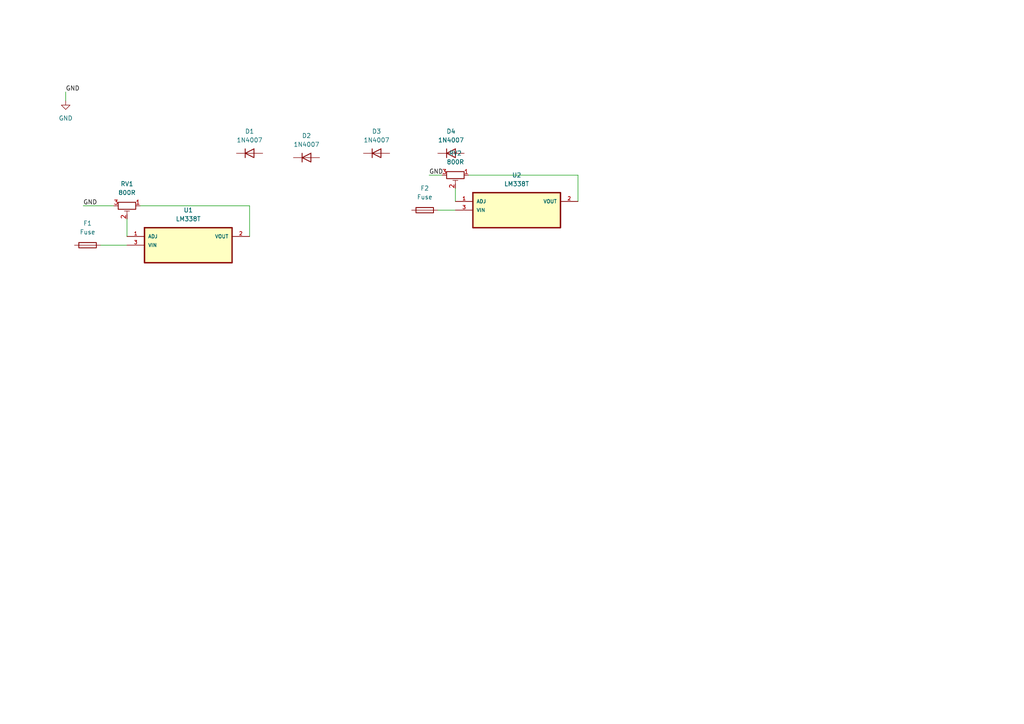
<source format=kicad_sch>
(kicad_sch (version 20231120) (generator "eeschema") (generator_version "8.0")
  (paper "A4")
  (lib_symbols
    (symbol "Device:Fuse" (pin_numbers hide) (pin_names (offset 0))
      (property "Reference" "F" (at 2.032 0 90))
      (property "Value" "Fuse" (at -1.905 0 90))
      (symbol "Fuse_0_1"
        (rectangle (start -0.762 -2.54) (end 0.762 2.54) (stroke (width 0.254)))
        (polyline (pts (xy 0 2.54) (xy 0 -2.54)))
      )
      (symbol "Fuse_1_1"
        (pin passive line (at 0 3.81 270) (length 1.27) (name "~") (number "1"))
        (pin passive line (at 0 -3.81 90) (length 1.27) (name "~") (number "2"))
      )
    )
    (symbol "Device:R_Potentiometer_Trim" (pin_names (offset 1.016) hide)
      (property "Reference" "RV" (at -4.445 0 90))
      (property "Value" "R_Potentiometer_Trim" (at -2.54 0 90))
      (symbol "R_Potentiometer_Trim_0_1"
        (polyline (pts (xy 1.524 0.762) (xy 1.524 -0.762)))
        (polyline (pts (xy 2.54 0) (xy 1.524 0)))
        (rectangle (start 1.016 2.54) (end -1.016 -2.54) (stroke (width 0.254)))
      )
      (symbol "R_Potentiometer_Trim_1_1"
        (pin passive line (at 0 3.81 270) (length 1.27) (name "1") (number "1"))
        (pin passive line (at 3.81 0 180) (length 1.27) (name "2") (number "2"))
        (pin passive line (at 0 -3.81 90) (length 1.27) (name "3") (number "3"))
      )
    )
    (symbol "Diode:1N4007" (pin_numbers hide) (pin_names hide)
      (property "Reference" "D" (at 0 2.54 0))
      (property "Value" "1N4007" (at 0 -2.54 0))
      (symbol "1N4007_0_1"
        (polyline (pts (xy -1.27 1.27) (xy -1.27 -1.27)) (stroke (width 0.254)))
        (polyline (pts (xy 1.27 0) (xy -1.27 0)))
        (polyline (pts (xy 1.27 1.27) (xy 1.27 -1.27) (xy -1.27 0) (xy 1.27 1.27)) (stroke (width 0.254)))
      )
      (symbol "1N4007_1_1"
        (pin passive line (at -3.81 0 0) (length 2.54) (name "K") (number "1"))
        (pin passive line (at 3.81 0 180) (length 2.54) (name "A") (number "2"))
      )
    )
    (symbol "LM338T:LM338T" (pin_names (offset 1.016))
      (property "Reference" "U" (at -12.7 6.08 0))
      (property "Value" "LM338T" (at -12.7 -9.08 0))
      (symbol "LM338T_0_0"
        (rectangle (start -12.7 -5.08) (end 12.7 5.08) (stroke (width 0.41)) (fill (type background)))
        (pin input line (at -17.78 2.54 0) (length 5.08) (name "ADJ") (number "1"))
        (pin output line (at 17.78 2.54 180) (length 5.08) (name "VOUT") (number "2"))
        (pin input line (at -17.78 0 0) (length 5.08) (name "VIN") (number "3"))
      )
    )
    (symbol "power:GND" (power) (pin_numbers hide) (pin_names (offset 0) hide)
      (property "Value" "GND" (at 0 -3.81 0))
      (symbol "GND_0_1"
        (polyline (pts (xy 0 0) (xy 0 -1.27) (xy 1.27 -1.27) (xy 0 -2.54) (xy -1.27 -1.27) (xy 0 -1.27)))
      )
      (symbol "GND_1_1"
        (pin power_in line (at 0 0 270) (length 0) (name "~") (number "1"))
      )
    )
  )
  (wire (pts (xy 19.05 26.67) (xy 19.05 29.21)))
  (wire (pts (xy 135.89 50.8) (xy 167.64 50.8)))
  (wire (pts (xy 132.08 54.61) (xy 132.08 58.42)))
  (wire (pts (xy 127 60.96) (xy 132.08 60.96)))
  (wire (pts (xy 72.39 59.69) (xy 72.39 68.58)))
  (wire (pts (xy 40.64 59.69) (xy 72.39 59.69)))
  (wire (pts (xy 36.83 63.5) (xy 36.83 68.58)))
  (wire (pts (xy 167.64 50.8) (xy 167.64 58.42)))
  (wire (pts (xy 124.46 50.8) (xy 128.27 50.8)))
  (wire (pts (xy 24.13 59.69) (xy 33.02 59.69)))
  (wire (pts (xy 29.21 71.12) (xy 36.83 71.12)))
  (label "GND" (at 124.46 50.8 0))
  (label "GND" (at 19.05 26.67 0))
  (label "GND" (at 24.13 59.69 0))
  (symbol (lib_id "Device:Fuse") (at 123.19 60.96 90) (unit 1)
    (property "Reference" "F2" (at 123.19 54.61 90))
    (property "Value" "Fuse" (at 123.19 57.15 90))
    (property "Footprint" "Fuse:Fuseholder_Cylinder-5x20mm_Stelvio-Kontek_PTF78_Horizontal_Open" (effects (hide yes)))
    (property "Description" "Fuse" (effects (hide yes)))
  )
  (symbol (lib_id "Diode:1N4007") (at 130.81 44.45 0) (unit 1)
    (property "Reference" "D4" (at 130.81 38.1 0))
    (property "Value" "1N4007" (at 130.81 40.64 0))
    (property "Footprint" "Diode_THT:D_DO-41_SOD81_P10.16mm_Horizontal" (effects (hide yes)))
    (property "Datasheet" "http://www.vishay.com/docs/88503/1n4001.pdf" (effects (hide yes)))
    (property "Description" "1000V 1A General Purpose Rectifier Diode, DO-41" (effects (hide yes)))
    (property "Sim.Device" "D" (effects (hide yes)))
    (property "Sim.Pins" "1=K 2=A" (effects (hide yes)))
  )
  (symbol (lib_id "Device:R_Potentiometer_Trim") (at 132.08 50.8 270) (unit 1)
    (property "Reference" "RV2" (at 132.08 44.45 90))
    (property "Value" "800R" (at 132.08 46.99 90))
    (property "Footprint" "Potentiometer_THT:Potentiometer_Bourns_3296W_Vertical" (effects (hide yes)))
    (property "Description" "Trim-potentiometer" (effects (hide yes)))
  )
  (symbol (lib_id "power:GND") (at 19.05 29.21 0) (unit 1)
    (property "Reference" "#PWR01" (effects (hide yes)))
    (property "Value" "GND" (at 19.05 34.29 0))
    (property "Description" "Power symbol creates a global label with name \"GND\" , ground" (effects (hide yes)))
  )
  (symbol (lib_id "Device:Fuse") (at 25.4 71.12 90) (unit 1)
    (property "Reference" "F1" (at 25.4 64.77 90))
    (property "Value" "Fuse" (at 25.4 67.31 90))
    (property "Footprint" "Fuse:Fuseholder_Cylinder-5x20mm_Stelvio-Kontek_PTF78_Horizontal_Open" (effects (hide yes)))
    (property "Description" "Fuse" (effects (hide yes)))
  )
  (symbol (lib_id "Diode:1N4007") (at 109.22 44.45 0) (unit 1)
    (property "Reference" "D3" (at 109.22 38.1 0))
    (property "Value" "1N4007" (at 109.22 40.64 0))
    (property "Footprint" "Diode_THT:D_DO-41_SOD81_P10.16mm_Horizontal" (effects (hide yes)))
    (property "Datasheet" "http://www.vishay.com/docs/88503/1n4001.pdf" (effects (hide yes)))
    (property "Description" "1000V 1A General Purpose Rectifier Diode, DO-41" (effects (hide yes)))
    (property "Sim.Device" "D" (effects (hide yes)))
    (property "Sim.Pins" "1=K 2=A" (effects (hide yes)))
  )
  (symbol (lib_id "LM338T:LM338T") (at 149.86 60.96 0) (unit 1)
    (property "Reference" "U2" (at 149.86 50.8 0))
    (property "Value" "LM338T" (at 149.86 53.34 0))
    (property "Footprint" "LM338T:TO254P1054X470X1955-3" (effects (hide yes)))
    (property "MF" "Texas Instruments" (effects (hide yes)))
    (property "Description_1" "\n5-A, 40-V, low-IQ, adjustable linear voltage regulator 3-TO-220 0 to 125\n" (effects (hide yes)))
    (property "Package" "TO-220-3 Texas Instruments" (effects (hide yes)))
    (property "Price" "None" (effects (hide yes)))
    (property "SnapEDA_Link" "https://www.snapeda.com/parts/LM338T/Texas+Instruments/view-part/?ref=snap" (effects (hide yes)))
    (property "MP" "LM338T" (effects (hide yes)))
    (property "Purchase-URL" "https://www.snapeda.com/api/url_track_click_mouser/?unipart_id=454344&manufacturer=Texas Instruments&part_name=LM338T&search_term=None" (effects (hide yes)))
    (property "Availability" "In Stock" (effects (hide yes)))
    (property "Check_prices" "https://www.snapeda.com/parts/LM338T/Texas+Instruments/view-part/?ref=eda" (effects (hide yes)))
  )
  (symbol (lib_id "LM338T:LM338T") (at 54.61 71.12 0) (unit 1)
    (property "Reference" "U1" (at 54.61 60.96 0))
    (property "Value" "LM338T" (at 54.61 63.5 0))
    (property "Footprint" "LM338T:TO254P1054X470X1955-3" (effects (hide yes)))
    (property "MF" "Texas Instruments" (effects (hide yes)))
    (property "Description_1" "\n5-A, 40-V, low-IQ, adjustable linear voltage regulator 3-TO-220 0 to 125\n" (effects (hide yes)))
    (property "Package" "TO-220-3 Texas Instruments" (effects (hide yes)))
    (property "Price" "None" (effects (hide yes)))
    (property "SnapEDA_Link" "https://www.snapeda.com/parts/LM338T/Texas+Instruments/view-part/?ref=snap" (effects (hide yes)))
    (property "MP" "LM338T" (effects (hide yes)))
    (property "Purchase-URL" "https://www.snapeda.com/api/url_track_click_mouser/?unipart_id=454344&manufacturer=Texas Instruments&part_name=LM338T&search_term=None" (effects (hide yes)))
    (property "Availability" "In Stock" (effects (hide yes)))
    (property "Check_prices" "https://www.snapeda.com/parts/LM338T/Texas+Instruments/view-part/?ref=eda" (effects (hide yes)))
  )
  (symbol (lib_id "Diode:1N4007") (at 72.39 44.45 0) (unit 1)
    (property "Reference" "D1" (at 72.39 38.1 0))
    (property "Value" "1N4007" (at 72.39 40.64 0))
    (property "Footprint" "Diode_THT:D_DO-41_SOD81_P10.16mm_Horizontal" (effects (hide yes)))
    (property "Datasheet" "http://www.vishay.com/docs/88503/1n4001.pdf" (effects (hide yes)))
    (property "Description" "1000V 1A General Purpose Rectifier Diode, DO-41" (effects (hide yes)))
    (property "Sim.Device" "D" (effects (hide yes)))
    (property "Sim.Pins" "1=K 2=A" (effects (hide yes)))
  )
  (symbol (lib_id "Diode:1N4007") (at 88.9 45.72 0) (unit 1)
    (property "Reference" "D2" (at 88.9 39.37 0))
    (property "Value" "1N4007" (at 88.9 41.91 0))
    (property "Footprint" "Diode_THT:D_DO-41_SOD81_P10.16mm_Horizontal" (effects (hide yes)))
    (property "Datasheet" "http://www.vishay.com/docs/88503/1n4001.pdf" (effects (hide yes)))
    (property "Description" "1000V 1A General Purpose Rectifier Diode, DO-41" (effects (hide yes)))
    (property "Sim.Device" "D" (effects (hide yes)))
    (property "Sim.Pins" "1=K 2=A" (effects (hide yes)))
  )
  (symbol (lib_id "Device:R_Potentiometer_Trim") (at 36.83 59.69 270) (unit 1)
    (property "Reference" "RV1" (at 36.83 53.34 90))
    (property "Value" "800R" (at 36.83 55.88 90))
    (property "Footprint" "Potentiometer_THT:Potentiometer_Bourns_3296W_Vertical" (effects (hide yes)))
    (property "Description" "Trim-potentiometer" (effects (hide yes)))
  )
)
</source>
